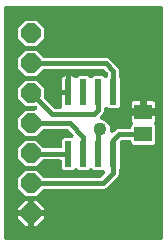
<source format=gbr>
G04 EAGLE Gerber RS-274X export*
G75*
%MOMM*%
%FSLAX34Y34*%
%LPD*%
%INTop Copper*%
%IPPOS*%
%AMOC8*
5,1,8,0,0,1.08239X$1,22.5*%
G01*
%ADD10R,0.600000X2.200000*%
%ADD11R,1.500000X1.300000*%
%ADD12P,1.759533X8X22.500000*%
%ADD13C,0.406400*%
%ADD14C,1.016000*%
%ADD15C,1.108000*%

G36*
X135146Y2543D02*
X135146Y2543D01*
X135164Y2541D01*
X135346Y2562D01*
X135529Y2581D01*
X135546Y2586D01*
X135563Y2588D01*
X135738Y2645D01*
X135914Y2699D01*
X135929Y2707D01*
X135946Y2713D01*
X136106Y2803D01*
X136268Y2891D01*
X136281Y2902D01*
X136297Y2911D01*
X136436Y3031D01*
X136577Y3148D01*
X136588Y3162D01*
X136602Y3174D01*
X136714Y3319D01*
X136829Y3462D01*
X136837Y3478D01*
X136848Y3492D01*
X136930Y3657D01*
X137015Y3819D01*
X137020Y3836D01*
X137028Y3852D01*
X137075Y4031D01*
X137126Y4206D01*
X137128Y4224D01*
X137132Y4241D01*
X137159Y4572D01*
X137159Y198628D01*
X137157Y198646D01*
X137159Y198664D01*
X137138Y198846D01*
X137119Y199029D01*
X137114Y199046D01*
X137112Y199063D01*
X137055Y199238D01*
X137001Y199414D01*
X136993Y199429D01*
X136987Y199446D01*
X136897Y199606D01*
X136809Y199768D01*
X136798Y199781D01*
X136789Y199797D01*
X136669Y199936D01*
X136552Y200077D01*
X136538Y200088D01*
X136526Y200102D01*
X136381Y200214D01*
X136238Y200329D01*
X136222Y200337D01*
X136208Y200348D01*
X136043Y200430D01*
X135881Y200515D01*
X135864Y200520D01*
X135848Y200528D01*
X135669Y200575D01*
X135494Y200626D01*
X135476Y200628D01*
X135459Y200632D01*
X135128Y200659D01*
X4572Y200659D01*
X4554Y200657D01*
X4536Y200659D01*
X4354Y200638D01*
X4171Y200619D01*
X4154Y200614D01*
X4137Y200612D01*
X3962Y200555D01*
X3786Y200501D01*
X3771Y200493D01*
X3754Y200487D01*
X3594Y200397D01*
X3432Y200309D01*
X3419Y200298D01*
X3403Y200289D01*
X3264Y200169D01*
X3123Y200052D01*
X3112Y200038D01*
X3098Y200026D01*
X2986Y199881D01*
X2871Y199738D01*
X2863Y199722D01*
X2852Y199708D01*
X2770Y199543D01*
X2685Y199381D01*
X2680Y199364D01*
X2672Y199348D01*
X2625Y199169D01*
X2574Y198994D01*
X2572Y198976D01*
X2568Y198959D01*
X2541Y198628D01*
X2541Y4572D01*
X2543Y4554D01*
X2541Y4536D01*
X2562Y4354D01*
X2581Y4171D01*
X2586Y4154D01*
X2588Y4137D01*
X2645Y3962D01*
X2699Y3786D01*
X2707Y3771D01*
X2713Y3754D01*
X2803Y3594D01*
X2891Y3432D01*
X2902Y3419D01*
X2911Y3403D01*
X3031Y3264D01*
X3148Y3123D01*
X3162Y3112D01*
X3174Y3098D01*
X3319Y2986D01*
X3462Y2871D01*
X3478Y2863D01*
X3492Y2852D01*
X3657Y2770D01*
X3819Y2685D01*
X3836Y2680D01*
X3852Y2672D01*
X4031Y2625D01*
X4206Y2574D01*
X4224Y2572D01*
X4241Y2568D01*
X4572Y2541D01*
X135128Y2541D01*
X135146Y2543D01*
G37*
%LPC*%
G36*
X20981Y40131D02*
X20981Y40131D01*
X14731Y46381D01*
X14731Y55219D01*
X20981Y61469D01*
X29819Y61469D01*
X35320Y55968D01*
X35341Y55951D01*
X35358Y55930D01*
X35496Y55823D01*
X35632Y55713D01*
X35655Y55700D01*
X35676Y55684D01*
X35833Y55606D01*
X35987Y55524D01*
X36013Y55516D01*
X36037Y55504D01*
X36206Y55459D01*
X36373Y55409D01*
X36400Y55407D01*
X36426Y55400D01*
X36756Y55373D01*
X83625Y55373D01*
X83651Y55375D01*
X83678Y55373D01*
X83852Y55395D01*
X84025Y55413D01*
X84051Y55420D01*
X84077Y55424D01*
X84243Y55479D01*
X84410Y55531D01*
X84434Y55544D01*
X84459Y55552D01*
X84610Y55639D01*
X84764Y55723D01*
X84785Y55740D01*
X84808Y55753D01*
X85061Y55968D01*
X87685Y58592D01*
X87691Y58599D01*
X87697Y58604D01*
X87818Y58754D01*
X87940Y58903D01*
X87944Y58911D01*
X87950Y58918D01*
X88038Y59088D01*
X88129Y59259D01*
X88131Y59268D01*
X88135Y59275D01*
X88188Y59460D01*
X88243Y59645D01*
X88244Y59654D01*
X88247Y59662D01*
X88262Y59851D01*
X88280Y60046D01*
X88279Y60055D01*
X88280Y60064D01*
X88257Y60253D01*
X88236Y60446D01*
X88234Y60455D01*
X88233Y60463D01*
X88173Y60645D01*
X88115Y60830D01*
X88111Y60838D01*
X88108Y60846D01*
X88013Y61015D01*
X87920Y61182D01*
X87914Y61189D01*
X87910Y61197D01*
X87784Y61343D01*
X87660Y61489D01*
X87653Y61495D01*
X87647Y61502D01*
X87495Y61619D01*
X87344Y61739D01*
X87336Y61743D01*
X87329Y61748D01*
X87157Y61834D01*
X86985Y61921D01*
X86976Y61924D01*
X86968Y61928D01*
X86782Y61978D01*
X86597Y62029D01*
X86588Y62030D01*
X86579Y62032D01*
X86249Y62059D01*
X78498Y62059D01*
X77636Y62921D01*
X77623Y62932D01*
X77611Y62945D01*
X77466Y63060D01*
X77325Y63176D01*
X77309Y63184D01*
X77295Y63195D01*
X77131Y63278D01*
X76969Y63364D01*
X76952Y63369D01*
X76936Y63377D01*
X76759Y63427D01*
X76583Y63479D01*
X76565Y63481D01*
X76548Y63485D01*
X76365Y63499D01*
X76182Y63515D01*
X76164Y63513D01*
X76147Y63515D01*
X75965Y63492D01*
X75782Y63472D01*
X75765Y63467D01*
X75747Y63464D01*
X75574Y63406D01*
X75398Y63351D01*
X75382Y63342D01*
X75366Y63336D01*
X75207Y63245D01*
X75046Y63156D01*
X75032Y63144D01*
X75017Y63135D01*
X74764Y62921D01*
X73902Y62059D01*
X65798Y62059D01*
X64936Y62921D01*
X64923Y62932D01*
X64911Y62945D01*
X64766Y63060D01*
X64625Y63176D01*
X64609Y63184D01*
X64595Y63195D01*
X64431Y63278D01*
X64269Y63364D01*
X64252Y63369D01*
X64236Y63377D01*
X64059Y63427D01*
X63883Y63479D01*
X63865Y63481D01*
X63848Y63485D01*
X63665Y63499D01*
X63482Y63515D01*
X63464Y63513D01*
X63447Y63515D01*
X63265Y63492D01*
X63082Y63472D01*
X63065Y63467D01*
X63047Y63464D01*
X62874Y63406D01*
X62698Y63351D01*
X62682Y63342D01*
X62666Y63336D01*
X62507Y63245D01*
X62346Y63156D01*
X62332Y63144D01*
X62317Y63135D01*
X62064Y62921D01*
X61202Y62059D01*
X53098Y62059D01*
X51609Y63548D01*
X51609Y68996D01*
X51607Y69014D01*
X51609Y69032D01*
X51588Y69214D01*
X51569Y69397D01*
X51564Y69414D01*
X51562Y69431D01*
X51505Y69606D01*
X51451Y69782D01*
X51443Y69797D01*
X51437Y69814D01*
X51347Y69974D01*
X51259Y70136D01*
X51248Y70149D01*
X51239Y70165D01*
X51119Y70304D01*
X51002Y70445D01*
X50988Y70456D01*
X50976Y70470D01*
X50831Y70582D01*
X50688Y70697D01*
X50672Y70705D01*
X50658Y70716D01*
X50493Y70798D01*
X50331Y70883D01*
X50314Y70888D01*
X50298Y70896D01*
X50119Y70943D01*
X49944Y70994D01*
X49926Y70996D01*
X49909Y71000D01*
X49578Y71027D01*
X36156Y71027D01*
X36130Y71025D01*
X36103Y71027D01*
X35929Y71005D01*
X35756Y70987D01*
X35730Y70980D01*
X35704Y70976D01*
X35538Y70921D01*
X35371Y70869D01*
X35347Y70856D01*
X35322Y70848D01*
X35170Y70761D01*
X35017Y70677D01*
X34996Y70660D01*
X34973Y70647D01*
X34720Y70432D01*
X29819Y65531D01*
X20981Y65531D01*
X14731Y71781D01*
X14731Y80619D01*
X20981Y86869D01*
X29819Y86869D01*
X35920Y80768D01*
X35941Y80751D01*
X35958Y80730D01*
X36096Y80623D01*
X36232Y80513D01*
X36255Y80500D01*
X36276Y80484D01*
X36433Y80406D01*
X36587Y80324D01*
X36613Y80316D01*
X36637Y80304D01*
X36806Y80259D01*
X36973Y80209D01*
X37000Y80207D01*
X37026Y80200D01*
X37356Y80173D01*
X49578Y80173D01*
X49596Y80175D01*
X49614Y80173D01*
X49796Y80194D01*
X49979Y80213D01*
X49996Y80218D01*
X50013Y80220D01*
X50188Y80277D01*
X50364Y80331D01*
X50379Y80339D01*
X50396Y80345D01*
X50556Y80435D01*
X50718Y80523D01*
X50731Y80534D01*
X50747Y80543D01*
X50886Y80663D01*
X51027Y80780D01*
X51038Y80794D01*
X51052Y80806D01*
X51164Y80951D01*
X51279Y81094D01*
X51287Y81110D01*
X51298Y81124D01*
X51380Y81289D01*
X51465Y81451D01*
X51470Y81468D01*
X51478Y81484D01*
X51525Y81663D01*
X51576Y81838D01*
X51578Y81856D01*
X51582Y81873D01*
X51609Y82204D01*
X51609Y87652D01*
X53098Y89141D01*
X59509Y89141D01*
X59517Y89142D01*
X59526Y89141D01*
X59718Y89162D01*
X59909Y89181D01*
X59918Y89183D01*
X59927Y89184D01*
X60109Y89242D01*
X60294Y89299D01*
X60302Y89303D01*
X60311Y89306D01*
X60479Y89399D01*
X60648Y89491D01*
X60655Y89496D01*
X60663Y89501D01*
X60810Y89625D01*
X60957Y89748D01*
X60963Y89755D01*
X60970Y89761D01*
X61089Y89912D01*
X61210Y90062D01*
X61214Y90070D01*
X61219Y90077D01*
X61307Y90250D01*
X61395Y90419D01*
X61398Y90428D01*
X61402Y90436D01*
X61453Y90620D01*
X61507Y90806D01*
X61507Y90815D01*
X61510Y90824D01*
X61524Y91017D01*
X61540Y91208D01*
X61539Y91216D01*
X61539Y91225D01*
X61515Y91418D01*
X61493Y91607D01*
X61490Y91616D01*
X61489Y91625D01*
X61427Y91808D01*
X61368Y91990D01*
X61363Y91998D01*
X61361Y92006D01*
X61264Y92173D01*
X61170Y92341D01*
X61164Y92348D01*
X61160Y92355D01*
X60945Y92608D01*
X57121Y96432D01*
X57100Y96449D01*
X57083Y96470D01*
X56945Y96576D01*
X56809Y96687D01*
X56786Y96700D01*
X56765Y96716D01*
X56609Y96794D01*
X56454Y96876D01*
X56428Y96884D01*
X56404Y96896D01*
X56235Y96941D01*
X56068Y96991D01*
X56041Y96993D01*
X56015Y97000D01*
X55685Y97027D01*
X36756Y97027D01*
X36730Y97025D01*
X36703Y97027D01*
X36529Y97005D01*
X36356Y96987D01*
X36330Y96980D01*
X36304Y96976D01*
X36138Y96921D01*
X35971Y96869D01*
X35947Y96856D01*
X35922Y96848D01*
X35770Y96761D01*
X35617Y96677D01*
X35596Y96660D01*
X35573Y96647D01*
X35320Y96432D01*
X29819Y90931D01*
X20981Y90931D01*
X14731Y97181D01*
X14731Y106019D01*
X20981Y112269D01*
X28761Y112269D01*
X28769Y112270D01*
X28778Y112269D01*
X28972Y112290D01*
X29161Y112309D01*
X29170Y112311D01*
X29179Y112312D01*
X29363Y112371D01*
X29546Y112427D01*
X29554Y112431D01*
X29562Y112434D01*
X29731Y112527D01*
X29900Y112619D01*
X29907Y112624D01*
X29915Y112629D01*
X30062Y112753D01*
X30209Y112876D01*
X30215Y112883D01*
X30222Y112889D01*
X30342Y113041D01*
X30462Y113190D01*
X30466Y113198D01*
X30471Y113205D01*
X30559Y113378D01*
X30647Y113547D01*
X30650Y113556D01*
X30654Y113564D01*
X30705Y113747D01*
X30759Y113934D01*
X30759Y113943D01*
X30762Y113952D01*
X30776Y114145D01*
X30792Y114336D01*
X30791Y114344D01*
X30791Y114353D01*
X30767Y114546D01*
X30745Y114735D01*
X30742Y114744D01*
X30741Y114753D01*
X30680Y114935D01*
X30620Y115118D01*
X30615Y115126D01*
X30613Y115134D01*
X30516Y115301D01*
X30428Y115458D01*
X30422Y115469D01*
X30416Y115475D01*
X30412Y115483D01*
X30197Y115736D01*
X30176Y115753D01*
X30159Y115774D01*
X30021Y115881D01*
X29885Y115991D01*
X29862Y116004D01*
X29841Y116020D01*
X29684Y116098D01*
X29530Y116180D01*
X29504Y116188D01*
X29480Y116200D01*
X29311Y116245D01*
X29144Y116295D01*
X29117Y116297D01*
X29091Y116304D01*
X28761Y116331D01*
X20981Y116331D01*
X14731Y122581D01*
X14731Y131419D01*
X20981Y137669D01*
X29819Y137669D01*
X36069Y131419D01*
X36069Y123639D01*
X36071Y123613D01*
X36069Y123586D01*
X36091Y123412D01*
X36109Y123239D01*
X36116Y123213D01*
X36120Y123187D01*
X36176Y123021D01*
X36227Y122854D01*
X36240Y122830D01*
X36248Y122805D01*
X36335Y122653D01*
X36419Y122500D01*
X36436Y122479D01*
X36449Y122456D01*
X36664Y122203D01*
X44479Y114388D01*
X44500Y114371D01*
X44517Y114350D01*
X44655Y114243D01*
X44791Y114133D01*
X44814Y114120D01*
X44835Y114104D01*
X44992Y114026D01*
X45146Y113944D01*
X45172Y113936D01*
X45196Y113924D01*
X45365Y113879D01*
X45532Y113829D01*
X45559Y113827D01*
X45585Y113820D01*
X45915Y113793D01*
X49625Y113793D01*
X49706Y113801D01*
X49789Y113799D01*
X49906Y113821D01*
X50025Y113833D01*
X50104Y113857D01*
X50185Y113871D01*
X50296Y113916D01*
X50410Y113951D01*
X50483Y113990D01*
X50559Y114020D01*
X50659Y114086D01*
X50764Y114143D01*
X50827Y114195D01*
X50896Y114240D01*
X50982Y114324D01*
X51073Y114400D01*
X51125Y114464D01*
X51184Y114522D01*
X51251Y114621D01*
X51326Y114714D01*
X51364Y114787D01*
X51410Y114855D01*
X51456Y114965D01*
X51511Y115071D01*
X51534Y115150D01*
X51566Y115226D01*
X51590Y115343D01*
X51623Y115458D01*
X51629Y115540D01*
X51646Y115621D01*
X51646Y115740D01*
X51656Y115860D01*
X51646Y115941D01*
X51646Y116023D01*
X51619Y116173D01*
X51609Y116255D01*
X51609Y125569D01*
X57150Y125569D01*
X57167Y125570D01*
X57185Y125569D01*
X57368Y125590D01*
X57550Y125608D01*
X57567Y125614D01*
X57585Y125616D01*
X57760Y125673D01*
X57935Y125727D01*
X57951Y125735D01*
X57968Y125741D01*
X58128Y125831D01*
X58289Y125918D01*
X58303Y125930D01*
X58318Y125939D01*
X58458Y126059D01*
X58598Y126176D01*
X58599Y126176D01*
X58599Y126177D01*
X58610Y126190D01*
X58623Y126202D01*
X58624Y126202D01*
X58736Y126347D01*
X58851Y126490D01*
X58860Y126506D01*
X58870Y126520D01*
X58952Y126685D01*
X59037Y126848D01*
X59042Y126865D01*
X59050Y126881D01*
X59098Y127059D01*
X59148Y127235D01*
X59150Y127252D01*
X59154Y127270D01*
X59181Y127600D01*
X59181Y141141D01*
X60485Y141141D01*
X61131Y140968D01*
X61710Y140633D01*
X62064Y140279D01*
X62078Y140268D01*
X62089Y140255D01*
X62233Y140141D01*
X62375Y140024D01*
X62391Y140016D01*
X62405Y140005D01*
X62569Y139921D01*
X62731Y139836D01*
X62748Y139831D01*
X62764Y139823D01*
X62941Y139773D01*
X63117Y139721D01*
X63135Y139719D01*
X63152Y139715D01*
X63335Y139701D01*
X63518Y139685D01*
X63536Y139687D01*
X63553Y139685D01*
X63735Y139708D01*
X63918Y139728D01*
X63935Y139733D01*
X63953Y139736D01*
X64127Y139794D01*
X64302Y139849D01*
X64318Y139858D01*
X64334Y139864D01*
X64493Y139955D01*
X64654Y140044D01*
X64668Y140056D01*
X64683Y140065D01*
X64936Y140279D01*
X65798Y141141D01*
X73902Y141141D01*
X74764Y140279D01*
X74778Y140268D01*
X74789Y140255D01*
X74933Y140141D01*
X75075Y140024D01*
X75091Y140016D01*
X75105Y140005D01*
X75269Y139921D01*
X75431Y139836D01*
X75448Y139831D01*
X75464Y139823D01*
X75641Y139773D01*
X75817Y139721D01*
X75835Y139719D01*
X75852Y139715D01*
X76035Y139701D01*
X76218Y139685D01*
X76236Y139687D01*
X76253Y139685D01*
X76435Y139708D01*
X76618Y139728D01*
X76635Y139733D01*
X76653Y139736D01*
X76827Y139794D01*
X77002Y139849D01*
X77018Y139858D01*
X77034Y139864D01*
X77193Y139955D01*
X77354Y140044D01*
X77368Y140056D01*
X77383Y140065D01*
X77636Y140279D01*
X78498Y141141D01*
X86602Y141141D01*
X87210Y140533D01*
X87217Y140528D01*
X87222Y140521D01*
X87372Y140400D01*
X87521Y140278D01*
X87529Y140274D01*
X87536Y140269D01*
X87706Y140180D01*
X87877Y140090D01*
X87886Y140087D01*
X87893Y140083D01*
X88078Y140030D01*
X88263Y139975D01*
X88272Y139974D01*
X88280Y139972D01*
X88471Y139956D01*
X88664Y139939D01*
X88673Y139940D01*
X88682Y139939D01*
X88871Y139961D01*
X89064Y139982D01*
X89073Y139985D01*
X89081Y139986D01*
X89263Y140045D01*
X89448Y140103D01*
X89456Y140108D01*
X89464Y140111D01*
X89631Y140205D01*
X89800Y140298D01*
X89807Y140304D01*
X89815Y140308D01*
X89960Y140434D01*
X90107Y140559D01*
X90113Y140566D01*
X90120Y140572D01*
X90236Y140722D01*
X90357Y140875D01*
X90361Y140883D01*
X90366Y140890D01*
X90451Y141060D01*
X90539Y141234D01*
X90542Y141242D01*
X90546Y141250D01*
X90595Y141436D01*
X90647Y141621D01*
X90648Y141630D01*
X90650Y141639D01*
X90677Y141970D01*
X90677Y143315D01*
X90675Y143341D01*
X90677Y143368D01*
X90655Y143542D01*
X90637Y143715D01*
X90630Y143741D01*
X90626Y143767D01*
X90571Y143933D01*
X90519Y144100D01*
X90506Y144124D01*
X90498Y144149D01*
X90411Y144301D01*
X90327Y144454D01*
X90310Y144475D01*
X90297Y144498D01*
X90082Y144751D01*
X87601Y147232D01*
X87580Y147249D01*
X87563Y147270D01*
X87425Y147377D01*
X87289Y147487D01*
X87266Y147500D01*
X87245Y147516D01*
X87088Y147594D01*
X86934Y147676D01*
X86908Y147684D01*
X86884Y147696D01*
X86715Y147741D01*
X86548Y147791D01*
X86521Y147793D01*
X86495Y147800D01*
X86165Y147827D01*
X36756Y147827D01*
X36730Y147825D01*
X36703Y147827D01*
X36529Y147805D01*
X36356Y147787D01*
X36330Y147780D01*
X36304Y147776D01*
X36138Y147721D01*
X35971Y147669D01*
X35947Y147656D01*
X35922Y147648D01*
X35770Y147561D01*
X35617Y147477D01*
X35596Y147460D01*
X35573Y147447D01*
X35320Y147232D01*
X29819Y141731D01*
X20981Y141731D01*
X14731Y147981D01*
X14731Y156819D01*
X20981Y163069D01*
X29819Y163069D01*
X35320Y157568D01*
X35341Y157551D01*
X35358Y157530D01*
X35496Y157423D01*
X35632Y157313D01*
X35655Y157300D01*
X35676Y157284D01*
X35833Y157206D01*
X35987Y157124D01*
X36013Y157116D01*
X36037Y157104D01*
X36206Y157059D01*
X36373Y157009D01*
X36400Y157007D01*
X36426Y157000D01*
X36756Y156973D01*
X89810Y156973D01*
X91490Y156277D01*
X99127Y148640D01*
X99823Y146960D01*
X99823Y141462D01*
X99825Y141435D01*
X99823Y141408D01*
X99845Y141235D01*
X99863Y141061D01*
X99871Y141035D01*
X99874Y141009D01*
X99929Y140844D01*
X99981Y140676D01*
X99994Y140653D01*
X100002Y140627D01*
X100089Y140476D01*
X100173Y140322D01*
X100190Y140302D01*
X100203Y140278D01*
X100418Y140025D01*
X100791Y139652D01*
X100791Y115548D01*
X99302Y114059D01*
X91198Y114059D01*
X90590Y114667D01*
X90583Y114672D01*
X90578Y114679D01*
X90428Y114800D01*
X90279Y114922D01*
X90271Y114926D01*
X90264Y114931D01*
X90094Y115020D01*
X89923Y115110D01*
X89914Y115113D01*
X89907Y115117D01*
X89722Y115170D01*
X89537Y115225D01*
X89528Y115226D01*
X89520Y115228D01*
X89329Y115244D01*
X89136Y115261D01*
X89127Y115260D01*
X89118Y115261D01*
X88929Y115239D01*
X88736Y115218D01*
X88727Y115215D01*
X88719Y115214D01*
X88537Y115155D01*
X88352Y115097D01*
X88344Y115092D01*
X88336Y115089D01*
X88169Y114995D01*
X88000Y114902D01*
X87993Y114896D01*
X87985Y114892D01*
X87840Y114766D01*
X87693Y114641D01*
X87687Y114634D01*
X87680Y114628D01*
X87564Y114478D01*
X87443Y114325D01*
X87439Y114317D01*
X87434Y114310D01*
X87348Y114139D01*
X87261Y113966D01*
X87258Y113958D01*
X87254Y113950D01*
X87205Y113764D01*
X87153Y113579D01*
X87152Y113570D01*
X87150Y113561D01*
X87123Y113230D01*
X87123Y112120D01*
X86427Y110440D01*
X84055Y108068D01*
X84049Y108061D01*
X84043Y108056D01*
X83922Y107906D01*
X83800Y107757D01*
X83796Y107749D01*
X83790Y107742D01*
X83702Y107572D01*
X83611Y107401D01*
X83609Y107392D01*
X83605Y107385D01*
X83552Y107200D01*
X83497Y107015D01*
X83496Y107006D01*
X83493Y106998D01*
X83478Y106807D01*
X83460Y106614D01*
X83461Y106605D01*
X83460Y106596D01*
X83483Y106407D01*
X83504Y106214D01*
X83506Y106205D01*
X83507Y106197D01*
X83567Y106015D01*
X83625Y105830D01*
X83629Y105822D01*
X83632Y105814D01*
X83727Y105645D01*
X83820Y105478D01*
X83826Y105471D01*
X83830Y105463D01*
X83957Y105316D01*
X84080Y105171D01*
X84087Y105165D01*
X84093Y105158D01*
X84245Y105041D01*
X84396Y104921D01*
X84404Y104917D01*
X84411Y104912D01*
X84583Y104826D01*
X84755Y104739D01*
X84764Y104736D01*
X84772Y104732D01*
X84958Y104682D01*
X85143Y104631D01*
X85152Y104630D01*
X85161Y104628D01*
X85412Y104607D01*
X88397Y103371D01*
X90671Y101097D01*
X91901Y98127D01*
X91901Y95651D01*
X91902Y95643D01*
X91901Y95634D01*
X91922Y95442D01*
X91941Y95251D01*
X91943Y95242D01*
X91944Y95233D01*
X92002Y95051D01*
X92059Y94866D01*
X92063Y94858D01*
X92066Y94849D01*
X92159Y94681D01*
X92251Y94512D01*
X92256Y94505D01*
X92261Y94497D01*
X92386Y94349D01*
X92508Y94203D01*
X92515Y94197D01*
X92521Y94190D01*
X92673Y94070D01*
X92822Y93950D01*
X92830Y93946D01*
X92837Y93941D01*
X93009Y93853D01*
X93179Y93765D01*
X93188Y93762D01*
X93196Y93758D01*
X93382Y93706D01*
X93566Y93653D01*
X93575Y93653D01*
X93584Y93650D01*
X93776Y93636D01*
X93968Y93620D01*
X93976Y93621D01*
X93985Y93621D01*
X94178Y93645D01*
X94367Y93667D01*
X94376Y93670D01*
X94385Y93671D01*
X94568Y93733D01*
X94750Y93792D01*
X94758Y93797D01*
X94766Y93799D01*
X94932Y93895D01*
X95101Y93990D01*
X95108Y93996D01*
X95115Y94000D01*
X95368Y94215D01*
X97130Y95977D01*
X98810Y96673D01*
X108578Y96673D01*
X108596Y96675D01*
X108614Y96673D01*
X108796Y96694D01*
X108979Y96713D01*
X108996Y96718D01*
X109013Y96720D01*
X109188Y96777D01*
X109364Y96831D01*
X109379Y96839D01*
X109396Y96845D01*
X109556Y96935D01*
X109718Y97023D01*
X109731Y97034D01*
X109747Y97043D01*
X109886Y97163D01*
X110027Y97280D01*
X110038Y97294D01*
X110052Y97306D01*
X110164Y97451D01*
X110279Y97594D01*
X110287Y97610D01*
X110298Y97624D01*
X110380Y97789D01*
X110465Y97951D01*
X110470Y97968D01*
X110478Y97984D01*
X110525Y98163D01*
X110576Y98338D01*
X110578Y98356D01*
X110582Y98373D01*
X110609Y98704D01*
X110609Y99652D01*
X111121Y100164D01*
X111132Y100177D01*
X111145Y100189D01*
X111259Y100333D01*
X111376Y100475D01*
X111384Y100491D01*
X111395Y100505D01*
X111478Y100669D01*
X111564Y100831D01*
X111569Y100848D01*
X111577Y100864D01*
X111627Y101041D01*
X111679Y101217D01*
X111681Y101235D01*
X111685Y101252D01*
X111699Y101435D01*
X111715Y101618D01*
X111713Y101636D01*
X111715Y101653D01*
X111692Y101835D01*
X111672Y102018D01*
X111667Y102035D01*
X111664Y102053D01*
X111606Y102226D01*
X111551Y102402D01*
X111542Y102418D01*
X111536Y102434D01*
X111445Y102593D01*
X111356Y102754D01*
X111344Y102768D01*
X111335Y102783D01*
X111121Y103036D01*
X111117Y103040D01*
X110782Y103619D01*
X110609Y104265D01*
X110609Y107851D01*
X119432Y107851D01*
X119450Y107852D01*
X119467Y107851D01*
X119650Y107872D01*
X119832Y107891D01*
X119849Y107896D01*
X119867Y107898D01*
X120042Y107955D01*
X120217Y108009D01*
X120233Y108017D01*
X120250Y108023D01*
X120410Y108113D01*
X120571Y108200D01*
X120585Y108212D01*
X120601Y108221D01*
X120653Y108266D01*
X120758Y108181D01*
X120774Y108173D01*
X120788Y108162D01*
X120953Y108080D01*
X121116Y107995D01*
X121133Y107990D01*
X121149Y107982D01*
X121327Y107934D01*
X121502Y107884D01*
X121520Y107882D01*
X121537Y107878D01*
X121868Y107851D01*
X130691Y107851D01*
X130691Y104265D01*
X130518Y103619D01*
X130183Y103040D01*
X130179Y103036D01*
X130168Y103022D01*
X130155Y103011D01*
X130041Y102867D01*
X129924Y102725D01*
X129916Y102709D01*
X129905Y102695D01*
X129822Y102531D01*
X129736Y102369D01*
X129731Y102352D01*
X129723Y102336D01*
X129673Y102159D01*
X129621Y101983D01*
X129619Y101965D01*
X129615Y101948D01*
X129601Y101765D01*
X129585Y101582D01*
X129587Y101564D01*
X129585Y101547D01*
X129608Y101365D01*
X129628Y101182D01*
X129633Y101165D01*
X129636Y101147D01*
X129694Y100974D01*
X129749Y100798D01*
X129758Y100782D01*
X129764Y100766D01*
X129855Y100607D01*
X129944Y100446D01*
X129956Y100432D01*
X129965Y100417D01*
X130179Y100164D01*
X130691Y99652D01*
X130691Y84548D01*
X129202Y83059D01*
X112098Y83059D01*
X110609Y84548D01*
X110609Y85496D01*
X110607Y85514D01*
X110609Y85532D01*
X110588Y85714D01*
X110569Y85897D01*
X110564Y85914D01*
X110562Y85931D01*
X110505Y86106D01*
X110451Y86282D01*
X110443Y86297D01*
X110437Y86314D01*
X110347Y86474D01*
X110259Y86636D01*
X110248Y86649D01*
X110239Y86665D01*
X110119Y86804D01*
X110002Y86945D01*
X109988Y86956D01*
X109976Y86970D01*
X109831Y87082D01*
X109688Y87197D01*
X109672Y87205D01*
X109658Y87216D01*
X109493Y87298D01*
X109331Y87383D01*
X109314Y87388D01*
X109298Y87396D01*
X109119Y87443D01*
X108944Y87494D01*
X108926Y87496D01*
X108909Y87500D01*
X108578Y87527D01*
X102822Y87527D01*
X102804Y87525D01*
X102786Y87527D01*
X102604Y87506D01*
X102421Y87487D01*
X102404Y87482D01*
X102387Y87480D01*
X102212Y87423D01*
X102036Y87369D01*
X102021Y87361D01*
X102004Y87355D01*
X101844Y87265D01*
X101682Y87177D01*
X101669Y87166D01*
X101653Y87157D01*
X101514Y87037D01*
X101373Y86920D01*
X101362Y86906D01*
X101348Y86894D01*
X101236Y86749D01*
X101121Y86606D01*
X101113Y86590D01*
X101102Y86576D01*
X101020Y86411D01*
X100935Y86249D01*
X100930Y86232D01*
X100922Y86216D01*
X100875Y86037D01*
X100824Y85862D01*
X100822Y85844D01*
X100818Y85827D01*
X100791Y85496D01*
X100791Y63548D01*
X100418Y63175D01*
X100401Y63154D01*
X100380Y63136D01*
X100274Y62999D01*
X100163Y62863D01*
X100150Y62839D01*
X100134Y62818D01*
X100056Y62662D01*
X99974Y62507D01*
X99966Y62482D01*
X99954Y62458D01*
X99909Y62289D01*
X99859Y62121D01*
X99857Y62095D01*
X99850Y62069D01*
X99823Y61738D01*
X99823Y58780D01*
X99127Y57100D01*
X88950Y46923D01*
X87270Y46227D01*
X36756Y46227D01*
X36730Y46225D01*
X36703Y46227D01*
X36529Y46205D01*
X36356Y46187D01*
X36330Y46180D01*
X36304Y46176D01*
X36138Y46121D01*
X35971Y46069D01*
X35947Y46056D01*
X35922Y46048D01*
X35770Y45961D01*
X35617Y45877D01*
X35596Y45860D01*
X35573Y45847D01*
X35320Y45632D01*
X29819Y40131D01*
X20981Y40131D01*
G37*
%LPD*%
%LPC*%
G36*
X20981Y167131D02*
X20981Y167131D01*
X14731Y173381D01*
X14731Y182219D01*
X20981Y188469D01*
X29819Y188469D01*
X36069Y182219D01*
X36069Y173381D01*
X29819Y167131D01*
X20981Y167131D01*
G37*
%LPD*%
%LPC*%
G36*
X27939Y27939D02*
X27939Y27939D01*
X27939Y36069D01*
X29819Y36069D01*
X36069Y29819D01*
X36069Y27939D01*
X27939Y27939D01*
G37*
%LPD*%
%LPC*%
G36*
X14731Y27939D02*
X14731Y27939D01*
X14731Y29819D01*
X20981Y36069D01*
X22861Y36069D01*
X22861Y27939D01*
X14731Y27939D01*
G37*
%LPD*%
%LPC*%
G36*
X27939Y14731D02*
X27939Y14731D01*
X27939Y22861D01*
X36069Y22861D01*
X36069Y20981D01*
X29819Y14731D01*
X27939Y14731D01*
G37*
%LPD*%
%LPC*%
G36*
X20981Y14731D02*
X20981Y14731D01*
X14731Y20981D01*
X14731Y22861D01*
X22861Y22861D01*
X22861Y14731D01*
X20981Y14731D01*
G37*
%LPD*%
%LPC*%
G36*
X51609Y129631D02*
X51609Y129631D01*
X51609Y138935D01*
X51782Y139581D01*
X52117Y140160D01*
X52590Y140633D01*
X53169Y140968D01*
X53815Y141141D01*
X55119Y141141D01*
X55119Y129631D01*
X51609Y129631D01*
G37*
%LPD*%
%LPC*%
G36*
X123899Y114349D02*
X123899Y114349D01*
X123899Y120141D01*
X128485Y120141D01*
X129131Y119968D01*
X129710Y119633D01*
X130183Y119160D01*
X130518Y118581D01*
X130691Y117935D01*
X130691Y114349D01*
X123899Y114349D01*
G37*
%LPD*%
%LPC*%
G36*
X110609Y114349D02*
X110609Y114349D01*
X110609Y117935D01*
X110782Y118581D01*
X111117Y119160D01*
X111590Y119633D01*
X112169Y119968D01*
X112815Y120141D01*
X117401Y120141D01*
X117401Y114349D01*
X110609Y114349D01*
G37*
%LPD*%
D10*
X82550Y127600D03*
X82550Y75600D03*
X95250Y127600D03*
X69850Y127600D03*
X57150Y127600D03*
X95250Y75600D03*
X69850Y75600D03*
X57150Y75600D03*
D11*
X120650Y92100D03*
X120650Y111100D03*
D12*
X25400Y177800D03*
X25400Y152400D03*
X25400Y127000D03*
X25400Y101600D03*
X25400Y76200D03*
X25400Y50800D03*
X25400Y25400D03*
D13*
X95250Y59690D02*
X95250Y75600D01*
X95250Y59690D02*
X86360Y50800D01*
X25400Y50800D01*
X95250Y75600D02*
X95250Y87630D01*
X99720Y92100D02*
X120650Y92100D01*
X99720Y92100D02*
X95250Y87630D01*
D14*
X43180Y139700D03*
D13*
X57150Y75600D02*
X25400Y75600D01*
X25400Y76200D01*
X43180Y109220D02*
X25400Y127000D01*
X43180Y109220D02*
X78740Y109220D01*
X82550Y113030D02*
X82550Y127600D01*
X82550Y113030D02*
X78740Y109220D01*
X58420Y101600D02*
X25400Y101600D01*
X69850Y90170D02*
X69850Y75600D01*
X69850Y90170D02*
X58420Y101600D01*
X88900Y152400D02*
X25400Y152400D01*
X95250Y146050D02*
X95250Y127600D01*
X95250Y146050D02*
X88900Y152400D01*
X82550Y95250D02*
X82550Y75600D01*
X82550Y95250D02*
X83820Y96520D01*
D15*
X83820Y96520D03*
M02*

</source>
